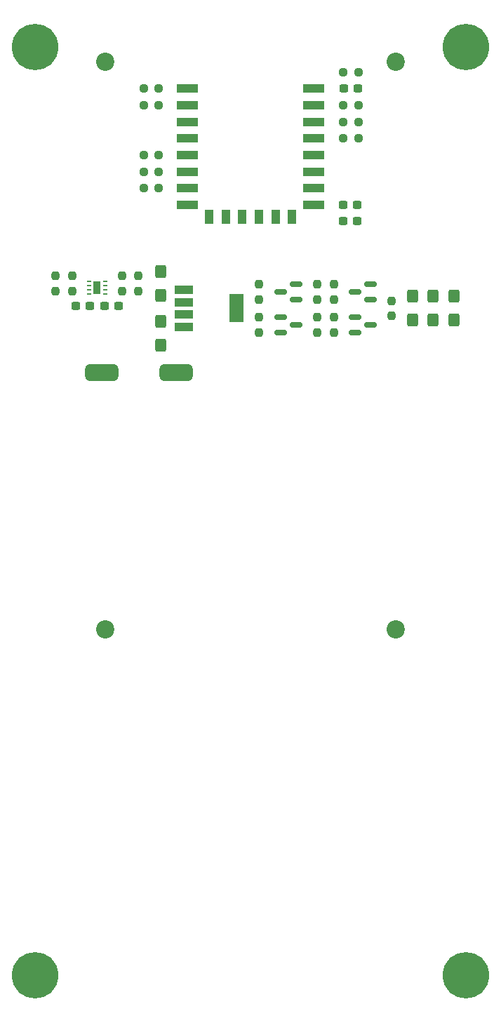
<source format=gbr>
%TF.GenerationSoftware,KiCad,Pcbnew,(6.0.7)*%
%TF.CreationDate,2022-10-04T23:40:54+03:00*%
%TF.ProjectId,ESP8266Tetris,45535038-3236-4365-9465-747269732e6b,1.0*%
%TF.SameCoordinates,Original*%
%TF.FileFunction,Soldermask,Bot*%
%TF.FilePolarity,Negative*%
%FSLAX46Y46*%
G04 Gerber Fmt 4.6, Leading zero omitted, Abs format (unit mm)*
G04 Created by KiCad (PCBNEW (6.0.7)) date 2022-10-04 23:40:54*
%MOMM*%
%LPD*%
G01*
G04 APERTURE LIST*
G04 Aperture macros list*
%AMRoundRect*
0 Rectangle with rounded corners*
0 $1 Rounding radius*
0 $2 $3 $4 $5 $6 $7 $8 $9 X,Y pos of 4 corners*
0 Add a 4 corners polygon primitive as box body*
4,1,4,$2,$3,$4,$5,$6,$7,$8,$9,$2,$3,0*
0 Add four circle primitives for the rounded corners*
1,1,$1+$1,$2,$3*
1,1,$1+$1,$4,$5*
1,1,$1+$1,$6,$7*
1,1,$1+$1,$8,$9*
0 Add four rect primitives between the rounded corners*
20,1,$1+$1,$2,$3,$4,$5,0*
20,1,$1+$1,$4,$5,$6,$7,0*
20,1,$1+$1,$6,$7,$8,$9,0*
20,1,$1+$1,$8,$9,$2,$3,0*%
G04 Aperture macros list end*
%ADD10RoundRect,0.250000X-0.425000X0.537500X-0.425000X-0.537500X0.425000X-0.537500X0.425000X0.537500X0*%
%ADD11RoundRect,0.250000X0.425000X-0.537500X0.425000X0.537500X-0.425000X0.537500X-0.425000X-0.537500X0*%
%ADD12C,2.200000*%
%ADD13C,5.600000*%
%ADD14RoundRect,0.237500X-0.237500X0.250000X-0.237500X-0.250000X0.237500X-0.250000X0.237500X0.250000X0*%
%ADD15RoundRect,0.237500X0.250000X0.237500X-0.250000X0.237500X-0.250000X-0.237500X0.250000X-0.237500X0*%
%ADD16R,2.200000X1.000000*%
%ADD17R,1.800000X3.400000*%
%ADD18RoundRect,0.237500X-0.250000X-0.237500X0.250000X-0.237500X0.250000X0.237500X-0.250000X0.237500X0*%
%ADD19R,2.500000X1.000000*%
%ADD20R,1.000000X1.800000*%
%ADD21RoundRect,0.237500X-0.300000X-0.237500X0.300000X-0.237500X0.300000X0.237500X-0.300000X0.237500X0*%
%ADD22RoundRect,0.237500X0.237500X-0.250000X0.237500X0.250000X-0.237500X0.250000X-0.237500X-0.250000X0*%
%ADD23RoundRect,0.150000X0.587500X0.150000X-0.587500X0.150000X-0.587500X-0.150000X0.587500X-0.150000X0*%
%ADD24RoundRect,0.500000X1.500000X0.500000X-1.500000X0.500000X-1.500000X-0.500000X1.500000X-0.500000X0*%
%ADD25RoundRect,0.237500X0.300000X0.237500X-0.300000X0.237500X-0.300000X-0.237500X0.300000X-0.237500X0*%
%ADD26R,0.500000X0.250000*%
%ADD27R,0.900000X1.600000*%
%ADD28RoundRect,0.150000X-0.587500X-0.150000X0.587500X-0.150000X0.587500X0.150000X-0.587500X0.150000X0*%
G04 APERTURE END LIST*
D10*
%TO.C,C35*%
X152031250Y-64062500D03*
X152031250Y-66937500D03*
%TD*%
%TO.C,C34*%
X149531250Y-64062500D03*
X149531250Y-66937500D03*
%TD*%
%TO.C,C33*%
X154531250Y-64062500D03*
X154531250Y-66937500D03*
%TD*%
D11*
%TO.C,C11*%
X119125000Y-63937500D03*
X119125000Y-61062500D03*
%TD*%
D10*
%TO.C,C9*%
X119125000Y-67062500D03*
X119125000Y-69937500D03*
%TD*%
D12*
%TO.C,H6*%
X112500000Y-104250000D03*
%TD*%
%TO.C,H7*%
X112500000Y-35750000D03*
%TD*%
%TO.C,H5*%
X147500000Y-104250000D03*
%TD*%
%TO.C,H8*%
X147500000Y-35750000D03*
%TD*%
D13*
%TO.C,H3*%
X104000000Y-146000000D03*
%TD*%
%TO.C,H4*%
X156000000Y-146000000D03*
%TD*%
%TO.C,H2*%
X156000000Y-34000000D03*
%TD*%
%TO.C,H1*%
X104000000Y-34000000D03*
%TD*%
D14*
%TO.C,R14*%
X116479762Y-61587500D03*
X116479762Y-63412500D03*
%TD*%
D15*
%TO.C,R3*%
X143000000Y-45000000D03*
X141175000Y-45000000D03*
%TD*%
D14*
%TO.C,R29*%
X147031250Y-64587500D03*
X147031250Y-66412500D03*
%TD*%
D16*
%TO.C,U4*%
X121950000Y-67750000D03*
X121950000Y-66250000D03*
X121950000Y-64750000D03*
X121950000Y-63250000D03*
D17*
X128250000Y-65500000D03*
%TD*%
D18*
%TO.C,R4*%
X117087500Y-47000000D03*
X118912500Y-47000000D03*
%TD*%
%TO.C,R10*%
X117087500Y-39000000D03*
X118912500Y-39000000D03*
%TD*%
D19*
%TO.C,U2*%
X137600000Y-39000000D03*
X137600000Y-41000000D03*
X137600000Y-43000000D03*
X137600000Y-45000000D03*
X137600000Y-47000000D03*
X137600000Y-49000000D03*
X137600000Y-51000000D03*
X137600000Y-53000000D03*
D20*
X135000000Y-54500000D03*
X133000000Y-54500000D03*
X131000000Y-54500000D03*
X129000000Y-54500000D03*
X127000000Y-54500000D03*
X125000000Y-54500000D03*
D19*
X122400000Y-53000000D03*
X122400000Y-51000000D03*
X122400000Y-49000000D03*
X122400000Y-47000000D03*
X122400000Y-45000000D03*
X122400000Y-43000000D03*
X122400000Y-41000000D03*
X122400000Y-39000000D03*
%TD*%
D14*
%TO.C,R21*%
X131031250Y-62587500D03*
X131031250Y-64412500D03*
%TD*%
D21*
%TO.C,C8*%
X141137500Y-55000000D03*
X142862500Y-55000000D03*
%TD*%
D22*
%TO.C,R11*%
X114479762Y-63412500D03*
X114479762Y-61587500D03*
%TD*%
D18*
%TO.C,R5*%
X117087500Y-49000000D03*
X118912500Y-49000000D03*
%TD*%
D21*
%TO.C,C4*%
X108867262Y-65250000D03*
X110592262Y-65250000D03*
%TD*%
D22*
%TO.C,R8*%
X108479762Y-63412500D03*
X108479762Y-61587500D03*
%TD*%
%TO.C,R25*%
X138031250Y-68412500D03*
X138031250Y-66587500D03*
%TD*%
D15*
%TO.C,R32*%
X143000000Y-41000000D03*
X141175000Y-41000000D03*
%TD*%
%TO.C,R2*%
X143000000Y-37000000D03*
X141175000Y-37000000D03*
%TD*%
D23*
%TO.C,Q8*%
X135468750Y-62550000D03*
X135468750Y-64450000D03*
X133593750Y-63500000D03*
%TD*%
D24*
%TO.C,BT1*%
X112000000Y-73250000D03*
X121000000Y-73250000D03*
%TD*%
D22*
%TO.C,R12*%
X106479762Y-63412500D03*
X106479762Y-61587500D03*
%TD*%
D25*
%TO.C,C10*%
X114092262Y-65250000D03*
X112367262Y-65250000D03*
%TD*%
%TO.C,C5*%
X142862500Y-53000000D03*
X141137500Y-53000000D03*
%TD*%
D14*
%TO.C,R27*%
X140031250Y-62587500D03*
X140031250Y-64412500D03*
%TD*%
D26*
%TO.C,U3*%
X110525000Y-63750000D03*
X110525000Y-63250000D03*
X110525000Y-62750000D03*
X110525000Y-62250000D03*
X112425000Y-62250000D03*
X112425000Y-62750000D03*
X112425000Y-63250000D03*
X112425000Y-63750000D03*
D27*
X111475000Y-63000000D03*
%TD*%
D28*
%TO.C,Q6*%
X142593750Y-68450000D03*
X142593750Y-66550000D03*
X144468750Y-67500000D03*
%TD*%
D18*
%TO.C,R9*%
X117087500Y-41000000D03*
X118912500Y-41000000D03*
%TD*%
%TO.C,R6*%
X117087500Y-51000000D03*
X118912500Y-51000000D03*
%TD*%
D21*
%TO.C,C3*%
X141225000Y-39000000D03*
X142950000Y-39000000D03*
%TD*%
D14*
%TO.C,R23*%
X138031250Y-62587500D03*
X138031250Y-64412500D03*
%TD*%
%TO.C,R34*%
X131031250Y-66587500D03*
X131031250Y-68412500D03*
%TD*%
D23*
%TO.C,Q9*%
X144468750Y-62550000D03*
X144468750Y-64450000D03*
X142593750Y-63500000D03*
%TD*%
D22*
%TO.C,R16*%
X140031250Y-68412500D03*
X140031250Y-66587500D03*
%TD*%
D28*
%TO.C,Q7*%
X133593750Y-68450000D03*
X133593750Y-66550000D03*
X135468750Y-67500000D03*
%TD*%
D18*
%TO.C,R31*%
X141175000Y-43000000D03*
X143000000Y-43000000D03*
%TD*%
M02*

</source>
